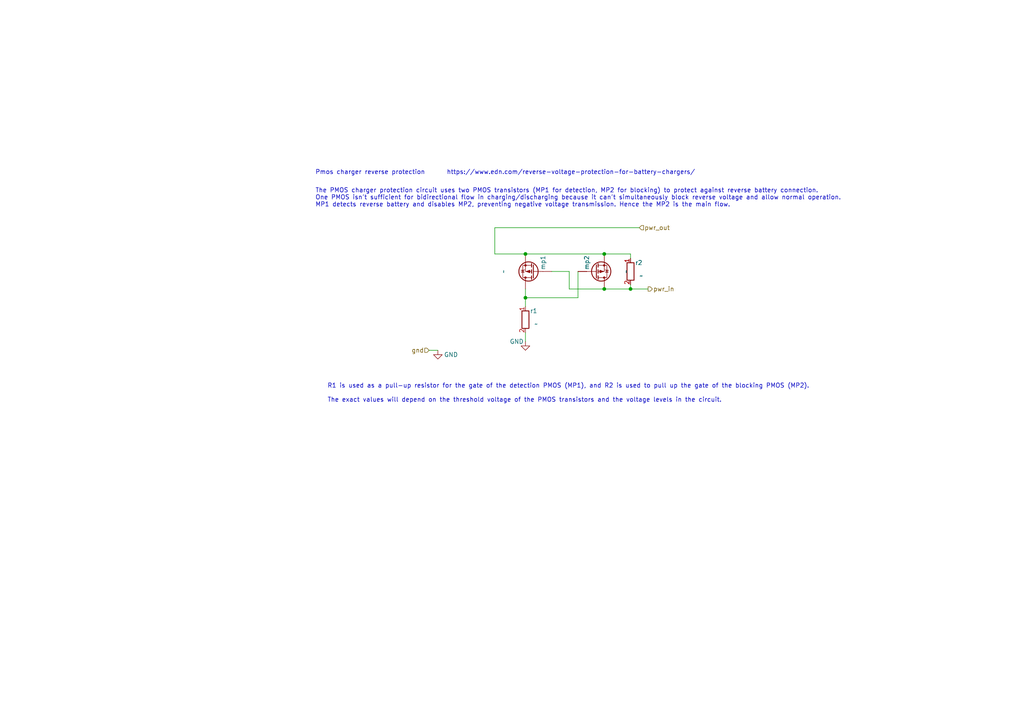
<source format=kicad_sch>
(kicad_sch (version 20230121) (generator eeschema)
  (paper "A4")
  (lib_symbols
    (symbol "Device:Q_PMOS_DGS" (pin_numbers hide) (pin_names (offset 0) hide)
      (property "Reference" "Q" (at 5.08 1.27 0))
      (property "Value" "Q_PMOS_DGS" (at 5.08 -1.27 0))
      (symbol "Q_PMOS_DGS_0_1"
        (polyline (pts (xy 0.254 0) (xy -2.54 0)))
        (polyline (pts (xy 0.254 1.905) (xy 0.254 -1.905)) (stroke (width 0.254)))
        (polyline (pts (xy 0.762 -1.27) (xy 0.762 -2.286)) (stroke (width 0.254)))
        (polyline (pts (xy 0.762 0.508) (xy 0.762 -0.508)) (stroke (width 0.254)))
        (polyline (pts (xy 0.762 2.286) (xy 0.762 1.27)) (stroke (width 0.254)))
        (polyline (pts (xy 2.54 2.54) (xy 2.54 1.778)))
        (polyline (pts (xy 2.54 -2.54) (xy 2.54 0) (xy 0.762 0)))
        (polyline (pts (xy 0.762 1.778) (xy 3.302 1.778) (xy 3.302 -1.778) (xy 0.762 -1.778)))
        (polyline (pts (xy 2.286 0) (xy 1.27 0.381) (xy 1.27 -0.381) (xy 2.286 0)) (fill (type outline)))
        (polyline (pts (xy 2.794 -0.508) (xy 2.921 -0.381) (xy 3.683 -0.381) (xy 3.81 -0.254)))
        (polyline (pts (xy 3.302 -0.381) (xy 2.921 0.254) (xy 3.683 0.254) (xy 3.302 -0.381)))
        (circle (center 1.651 0) (radius 2.794) (stroke (width 0.254)))
        (circle (center 2.54 -1.778) (radius 0.254) (fill (type outline)))
        (circle (center 2.54 1.778) (radius 0.254) (fill (type outline)))
      )
      (symbol "Q_PMOS_DGS_1_1"
        (pin passive line (at 2.54 5.08 270) (length 2.54) (name "D") (number "1"))
        (pin input line (at -5.08 0 0) (length 2.54) (name "G") (number "2"))
        (pin passive line (at 2.54 -5.08 90) (length 2.54) (name "S") (number "3"))
      )
    )
    (symbol "Device:R" (pin_names (offset 0))
      (property "Reference" "R" (at 2.032 0 90))
      (property "Value" "R" (at 0 0 90))
      (symbol "R_0_1"
        (rectangle (start -1.016 -2.54) (end 1.016 2.54) (stroke (width 0.254)))
      )
      (symbol "R_1_1"
        (pin passive line (at 0 3.81 270) (length 1.27) (name "~") (number "1"))
        (pin passive line (at 0 -3.81 90) (length 1.27) (name "~") (number "2"))
      )
    )
    (symbol "power:GND" (power) (pin_names (offset 0))
      (property "Value" "GND" (at 0 -3.81 0))
      (symbol "GND_0_1"
        (polyline (pts (xy 0 0) (xy 0 -1.27) (xy 1.27 -1.27) (xy 0 -2.54) (xy -1.27 -1.27) (xy 0 -1.27)))
      )
      (symbol "GND_1_1"
        (pin power_in line (at 0 0 270) (length 0) hide (name "GND") (number "1"))
      )
    )
  )
  (junction (at 175.26 83.82))
  (junction (at 175.26 73.66))
  (junction (at 182.88 83.82))
  (junction (at 152.4 86.36))
  (junction (at 152.4 73.66))
  (wire (pts (xy 165.1 83.82) (xy 175.26 83.82)))
  (wire (pts (xy 167.64 78.74) (xy 167.64 86.36)))
  (wire (pts (xy 152.4 86.36) (xy 152.4 88.9)))
  (wire (pts (xy 160.02 78.74) (xy 165.1 78.74)))
  (wire (pts (xy 182.88 82.55) (xy 182.88 83.82)))
  (wire (pts (xy 165.1 78.74) (xy 165.1 83.82)))
  (wire (pts (xy 182.88 74.93) (xy 182.88 73.66)))
  (wire (pts (xy 182.88 83.82) (xy 175.26 83.82)))
  (wire (pts (xy 124.46 101.6) (xy 127 101.6)))
  (wire (pts (xy 152.4 96.52) (xy 152.4 99.06)))
  (wire (pts (xy 152.4 83.82) (xy 152.4 86.36)))
  (wire (pts (xy 143.51 66.04) (xy 143.51 73.66)))
  (wire (pts (xy 143.51 73.66) (xy 152.4 73.66)))
  (wire (pts (xy 182.88 83.82) (xy 187.96 83.82)))
  (wire (pts (xy 152.4 73.66) (xy 175.26 73.66)))
  (wire (pts (xy 185.42 66.04) (xy 143.51 66.04)))
  (wire (pts (xy 182.88 73.66) (xy 175.26 73.66)))
  (wire (pts (xy 167.64 86.36) (xy 152.4 86.36)))
  (text "Pmos charger reverse protection\n" (at 91.44 50.8 0) (effects (font (size 1.27 1.27)) (justify left bottom)))
  (text " R1 is used as a pull-up resistor for the gate of the detection PMOS (MP1), and R2 is used to pull up the gate of the blocking PMOS (MP2).\n\n The exact values will depend on the threshold voltage of the PMOS transistors and the voltage levels in the circuit. \n" (at 93.98 116.84 0) (effects (font (size 1.27 1.27)) (justify left bottom)))
  (text "https://www.edn.com/reverse-voltage-protection-for-battery-chargers/" (at 129.54 50.8 0) (effects (font (size 1.27 1.27)) (justify left bottom)))
  (text "The PMOS charger protection circuit uses two PMOS transistors (MP1 for detection, MP2 for blocking) to protect against reverse battery connection.\nOne PMOS isn't sufficient for bidirectional flow in charging/discharging because it can't simultaneously block reverse voltage and allow normal operation.\nMP1 detects reverse battery and disables MP2, preventing negative voltage transmission. Hence the MP2 is the main flow. \n\n" (at 91.44 62.23 0) (effects (font (size 1.27 1.27)) (justify left bottom)))
  (hierarchical_label "pwr_out" (shape input) (at 185.42 66.04 0))
  (hierarchical_label "pwr_in" (shape output) (at 187.96 83.82 0))
  (hierarchical_label "gnd" (shape input) (at 124.46 101.6 180))
  (symbol (lib_id "power:GND") (at 152.4 99.06 0) (unit 1)
    (property "Reference" "#PWR0101" (effects hide))
    (property "Value" "GND" (at 149.86 99.06 0))
  )
  (symbol (lib_id "Device:Q_PMOS_DGS") (at 154.94 78.74 180) (unit 1)
    (property "Reference" "mp1" (at 157.48 76.2 90))
    (property "Value" "~" (at 146.05 78.74 90))
  )
  (symbol (lib_id "Device:R") (at 182.88 78.74 0) (unit 1)
    (property "Reference" "r2" (at 184.15 76.2 0) (effects (justify left)))
    (property "Value" "~" (at 185.42 80.0099 0) (effects (justify left)))
  )
  (symbol (lib_id "power:GND") (at 127 101.6 0) (unit 1)
    (property "Reference" "#PWR0102" (effects hide))
    (property "Value" "GND" (at 130.81 102.87 0))
  )
  (symbol (lib_id "Device:Q_PMOS_DGS") (at 172.72 78.74 0) (mirror x) (unit 1)
    (property "Reference" "mp2" (at 170.18 76.2 90))
    (property "Value" "~" (at 181.61 78.74 90))
  )
  (symbol (lib_id "Device:R") (at 152.4 92.71 0) (unit 1)
    (property "Reference" "r1" (at 153.67 90.17 0) (effects (justify left)))
    (property "Value" "~" (at 154.94 93.9799 0) (effects (justify left)))
  )
)
</source>
